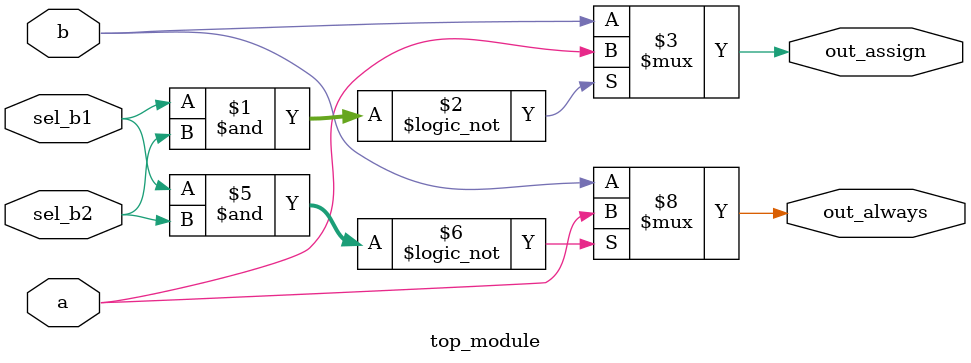
<source format=v>

module top_module(
    input a,
    input b,
    input sel_b1,
    input sel_b2,
    output wire out_assign,
    output reg out_always   ); 
    
    assign out_assign = (sel_b1 & sel_b2)==0? a : b;
    
    always @(*) begin
        if((sel_b1 & sel_b2)==0) begin
            out_always = a;
        end
        else
            begin
                out_always = b;
            end
    end
    
endmodule

</source>
